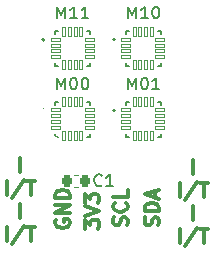
<source format=gto>
G04 #@! TF.GenerationSoftware,KiCad,Pcbnew,7.0.1-3b83917a11~172~ubuntu22.04.1*
G04 #@! TF.CreationDate,2023-07-24T14:11:42+02:00*
G04 #@! TF.ProjectId,mag_touch2x2,6d61675f-746f-4756-9368-3278322e6b69,rev?*
G04 #@! TF.SameCoordinates,Original*
G04 #@! TF.FileFunction,Legend,Top*
G04 #@! TF.FilePolarity,Positive*
%FSLAX46Y46*%
G04 Gerber Fmt 4.6, Leading zero omitted, Abs format (unit mm)*
G04 Created by KiCad (PCBNEW 7.0.1-3b83917a11~172~ubuntu22.04.1) date 2023-07-24 14:11:42*
%MOMM*%
%LPD*%
G01*
G04 APERTURE LIST*
G04 Aperture macros list*
%AMRoundRect*
0 Rectangle with rounded corners*
0 $1 Rounding radius*
0 $2 $3 $4 $5 $6 $7 $8 $9 X,Y pos of 4 corners*
0 Add a 4 corners polygon primitive as box body*
4,1,4,$2,$3,$4,$5,$6,$7,$8,$9,$2,$3,0*
0 Add four circle primitives for the rounded corners*
1,1,$1+$1,$2,$3*
1,1,$1+$1,$4,$5*
1,1,$1+$1,$6,$7*
1,1,$1+$1,$8,$9*
0 Add four rect primitives between the rounded corners*
20,1,$1+$1,$2,$3,$4,$5,0*
20,1,$1+$1,$4,$5,$6,$7,0*
20,1,$1+$1,$6,$7,$8,$9,0*
20,1,$1+$1,$8,$9,$2,$3,0*%
G04 Aperture macros list end*
%ADD10C,0.300000*%
%ADD11C,0.150000*%
%ADD12C,0.127000*%
%ADD13C,0.200000*%
%ADD14C,0.120000*%
%ADD15C,0.500000*%
%ADD16C,1.500000*%
%ADD17R,2.286000X2.286000*%
%ADD18RoundRect,0.007800X-0.412200X-0.122200X0.412200X-0.122200X0.412200X0.122200X-0.412200X0.122200X0*%
%ADD19RoundRect,0.007800X0.122200X-0.412200X0.122200X0.412200X-0.122200X0.412200X-0.122200X-0.412200X0*%
%ADD20R,1.680000X1.680000*%
%ADD21RoundRect,0.225000X0.225000X0.250000X-0.225000X0.250000X-0.225000X-0.250000X0.225000X-0.250000X0*%
%ADD22C,0.800000*%
G04 APERTURE END LIST*
D10*
X32200000Y-53621142D02*
X32200000Y-52421142D01*
X31114285Y-55565142D02*
X31114285Y-54365142D01*
X32542857Y-54308000D02*
X31514285Y-55850857D01*
X32771428Y-54365142D02*
X33457143Y-54365142D01*
X33114285Y-55565142D02*
X33114285Y-54365142D01*
X32200000Y-57509142D02*
X32200000Y-56309142D01*
X31114285Y-59453142D02*
X31114285Y-58253142D01*
X32542857Y-58196000D02*
X31514285Y-59738857D01*
X32771428Y-58253142D02*
X33457143Y-58253142D01*
X33114285Y-59453142D02*
X33114285Y-58253142D01*
X29260000Y-57971428D02*
X29317142Y-57800000D01*
X29317142Y-57800000D02*
X29317142Y-57514285D01*
X29317142Y-57514285D02*
X29260000Y-57400000D01*
X29260000Y-57400000D02*
X29202857Y-57342857D01*
X29202857Y-57342857D02*
X29088571Y-57285714D01*
X29088571Y-57285714D02*
X28974285Y-57285714D01*
X28974285Y-57285714D02*
X28860000Y-57342857D01*
X28860000Y-57342857D02*
X28802857Y-57400000D01*
X28802857Y-57400000D02*
X28745714Y-57514285D01*
X28745714Y-57514285D02*
X28688571Y-57742857D01*
X28688571Y-57742857D02*
X28631428Y-57857142D01*
X28631428Y-57857142D02*
X28574285Y-57914285D01*
X28574285Y-57914285D02*
X28460000Y-57971428D01*
X28460000Y-57971428D02*
X28345714Y-57971428D01*
X28345714Y-57971428D02*
X28231428Y-57914285D01*
X28231428Y-57914285D02*
X28174285Y-57857142D01*
X28174285Y-57857142D02*
X28117142Y-57742857D01*
X28117142Y-57742857D02*
X28117142Y-57457142D01*
X28117142Y-57457142D02*
X28174285Y-57285714D01*
X29317142Y-56771428D02*
X28117142Y-56771428D01*
X28117142Y-56771428D02*
X28117142Y-56485714D01*
X28117142Y-56485714D02*
X28174285Y-56314285D01*
X28174285Y-56314285D02*
X28288571Y-56200000D01*
X28288571Y-56200000D02*
X28402857Y-56142857D01*
X28402857Y-56142857D02*
X28631428Y-56085714D01*
X28631428Y-56085714D02*
X28802857Y-56085714D01*
X28802857Y-56085714D02*
X29031428Y-56142857D01*
X29031428Y-56142857D02*
X29145714Y-56200000D01*
X29145714Y-56200000D02*
X29260000Y-56314285D01*
X29260000Y-56314285D02*
X29317142Y-56485714D01*
X29317142Y-56485714D02*
X29317142Y-56771428D01*
X28974285Y-55628571D02*
X28974285Y-55057143D01*
X29317142Y-55742857D02*
X28117142Y-55342857D01*
X28117142Y-55342857D02*
X29317142Y-54942857D01*
X23053142Y-58248571D02*
X23053142Y-57505714D01*
X23053142Y-57505714D02*
X23510285Y-57905714D01*
X23510285Y-57905714D02*
X23510285Y-57734285D01*
X23510285Y-57734285D02*
X23567428Y-57620000D01*
X23567428Y-57620000D02*
X23624571Y-57562857D01*
X23624571Y-57562857D02*
X23738857Y-57505714D01*
X23738857Y-57505714D02*
X24024571Y-57505714D01*
X24024571Y-57505714D02*
X24138857Y-57562857D01*
X24138857Y-57562857D02*
X24196000Y-57620000D01*
X24196000Y-57620000D02*
X24253142Y-57734285D01*
X24253142Y-57734285D02*
X24253142Y-58077142D01*
X24253142Y-58077142D02*
X24196000Y-58191428D01*
X24196000Y-58191428D02*
X24138857Y-58248571D01*
X23053142Y-57162857D02*
X24253142Y-56762857D01*
X24253142Y-56762857D02*
X23053142Y-56362857D01*
X23053142Y-56077143D02*
X23053142Y-55334286D01*
X23053142Y-55334286D02*
X23510285Y-55734286D01*
X23510285Y-55734286D02*
X23510285Y-55562857D01*
X23510285Y-55562857D02*
X23567428Y-55448572D01*
X23567428Y-55448572D02*
X23624571Y-55391429D01*
X23624571Y-55391429D02*
X23738857Y-55334286D01*
X23738857Y-55334286D02*
X24024571Y-55334286D01*
X24024571Y-55334286D02*
X24138857Y-55391429D01*
X24138857Y-55391429D02*
X24196000Y-55448572D01*
X24196000Y-55448572D02*
X24253142Y-55562857D01*
X24253142Y-55562857D02*
X24253142Y-55905714D01*
X24253142Y-55905714D02*
X24196000Y-56020000D01*
X24196000Y-56020000D02*
X24138857Y-56077143D01*
X17526000Y-53457142D02*
X17526000Y-52257142D01*
X16440285Y-55401142D02*
X16440285Y-54201142D01*
X17868857Y-54144000D02*
X16840285Y-55686857D01*
X18097428Y-54201142D02*
X18783143Y-54201142D01*
X18440285Y-55401142D02*
X18440285Y-54201142D01*
X17526000Y-57345142D02*
X17526000Y-56145142D01*
X16440285Y-59289142D02*
X16440285Y-58089142D01*
X17868857Y-58032000D02*
X16840285Y-59574857D01*
X18097428Y-58089142D02*
X18783143Y-58089142D01*
X18440285Y-59289142D02*
X18440285Y-58089142D01*
X26596000Y-57971428D02*
X26653142Y-57800000D01*
X26653142Y-57800000D02*
X26653142Y-57514285D01*
X26653142Y-57514285D02*
X26596000Y-57400000D01*
X26596000Y-57400000D02*
X26538857Y-57342857D01*
X26538857Y-57342857D02*
X26424571Y-57285714D01*
X26424571Y-57285714D02*
X26310285Y-57285714D01*
X26310285Y-57285714D02*
X26196000Y-57342857D01*
X26196000Y-57342857D02*
X26138857Y-57400000D01*
X26138857Y-57400000D02*
X26081714Y-57514285D01*
X26081714Y-57514285D02*
X26024571Y-57742857D01*
X26024571Y-57742857D02*
X25967428Y-57857142D01*
X25967428Y-57857142D02*
X25910285Y-57914285D01*
X25910285Y-57914285D02*
X25796000Y-57971428D01*
X25796000Y-57971428D02*
X25681714Y-57971428D01*
X25681714Y-57971428D02*
X25567428Y-57914285D01*
X25567428Y-57914285D02*
X25510285Y-57857142D01*
X25510285Y-57857142D02*
X25453142Y-57742857D01*
X25453142Y-57742857D02*
X25453142Y-57457142D01*
X25453142Y-57457142D02*
X25510285Y-57285714D01*
X26538857Y-56085714D02*
X26596000Y-56142857D01*
X26596000Y-56142857D02*
X26653142Y-56314285D01*
X26653142Y-56314285D02*
X26653142Y-56428571D01*
X26653142Y-56428571D02*
X26596000Y-56600000D01*
X26596000Y-56600000D02*
X26481714Y-56714285D01*
X26481714Y-56714285D02*
X26367428Y-56771428D01*
X26367428Y-56771428D02*
X26138857Y-56828571D01*
X26138857Y-56828571D02*
X25967428Y-56828571D01*
X25967428Y-56828571D02*
X25738857Y-56771428D01*
X25738857Y-56771428D02*
X25624571Y-56714285D01*
X25624571Y-56714285D02*
X25510285Y-56600000D01*
X25510285Y-56600000D02*
X25453142Y-56428571D01*
X25453142Y-56428571D02*
X25453142Y-56314285D01*
X25453142Y-56314285D02*
X25510285Y-56142857D01*
X25510285Y-56142857D02*
X25567428Y-56085714D01*
X26653142Y-55000000D02*
X26653142Y-55571428D01*
X26653142Y-55571428D02*
X25453142Y-55571428D01*
X20610285Y-57505714D02*
X20553142Y-57620000D01*
X20553142Y-57620000D02*
X20553142Y-57791428D01*
X20553142Y-57791428D02*
X20610285Y-57962857D01*
X20610285Y-57962857D02*
X20724571Y-58077142D01*
X20724571Y-58077142D02*
X20838857Y-58134285D01*
X20838857Y-58134285D02*
X21067428Y-58191428D01*
X21067428Y-58191428D02*
X21238857Y-58191428D01*
X21238857Y-58191428D02*
X21467428Y-58134285D01*
X21467428Y-58134285D02*
X21581714Y-58077142D01*
X21581714Y-58077142D02*
X21696000Y-57962857D01*
X21696000Y-57962857D02*
X21753142Y-57791428D01*
X21753142Y-57791428D02*
X21753142Y-57677142D01*
X21753142Y-57677142D02*
X21696000Y-57505714D01*
X21696000Y-57505714D02*
X21638857Y-57448571D01*
X21638857Y-57448571D02*
X21238857Y-57448571D01*
X21238857Y-57448571D02*
X21238857Y-57677142D01*
X21753142Y-56934285D02*
X20553142Y-56934285D01*
X20553142Y-56934285D02*
X21753142Y-56248571D01*
X21753142Y-56248571D02*
X20553142Y-56248571D01*
X21753142Y-55677142D02*
X20553142Y-55677142D01*
X20553142Y-55677142D02*
X20553142Y-55391428D01*
X20553142Y-55391428D02*
X20610285Y-55219999D01*
X20610285Y-55219999D02*
X20724571Y-55105714D01*
X20724571Y-55105714D02*
X20838857Y-55048571D01*
X20838857Y-55048571D02*
X21067428Y-54991428D01*
X21067428Y-54991428D02*
X21238857Y-54991428D01*
X21238857Y-54991428D02*
X21467428Y-55048571D01*
X21467428Y-55048571D02*
X21581714Y-55105714D01*
X21581714Y-55105714D02*
X21696000Y-55219999D01*
X21696000Y-55219999D02*
X21753142Y-55391428D01*
X21753142Y-55391428D02*
X21753142Y-55677142D01*
D11*
X26714286Y-40462619D02*
X26714286Y-39462619D01*
X26714286Y-39462619D02*
X27047619Y-40176904D01*
X27047619Y-40176904D02*
X27380952Y-39462619D01*
X27380952Y-39462619D02*
X27380952Y-40462619D01*
X28380952Y-40462619D02*
X27809524Y-40462619D01*
X28095238Y-40462619D02*
X28095238Y-39462619D01*
X28095238Y-39462619D02*
X28000000Y-39605476D01*
X28000000Y-39605476D02*
X27904762Y-39700714D01*
X27904762Y-39700714D02*
X27809524Y-39748333D01*
X29000000Y-39462619D02*
X29095238Y-39462619D01*
X29095238Y-39462619D02*
X29190476Y-39510238D01*
X29190476Y-39510238D02*
X29238095Y-39557857D01*
X29238095Y-39557857D02*
X29285714Y-39653095D01*
X29285714Y-39653095D02*
X29333333Y-39843571D01*
X29333333Y-39843571D02*
X29333333Y-40081666D01*
X29333333Y-40081666D02*
X29285714Y-40272142D01*
X29285714Y-40272142D02*
X29238095Y-40367380D01*
X29238095Y-40367380D02*
X29190476Y-40415000D01*
X29190476Y-40415000D02*
X29095238Y-40462619D01*
X29095238Y-40462619D02*
X29000000Y-40462619D01*
X29000000Y-40462619D02*
X28904762Y-40415000D01*
X28904762Y-40415000D02*
X28857143Y-40367380D01*
X28857143Y-40367380D02*
X28809524Y-40272142D01*
X28809524Y-40272142D02*
X28761905Y-40081666D01*
X28761905Y-40081666D02*
X28761905Y-39843571D01*
X28761905Y-39843571D02*
X28809524Y-39653095D01*
X28809524Y-39653095D02*
X28857143Y-39557857D01*
X28857143Y-39557857D02*
X28904762Y-39510238D01*
X28904762Y-39510238D02*
X29000000Y-39462619D01*
X24471333Y-54567380D02*
X24423714Y-54615000D01*
X24423714Y-54615000D02*
X24280857Y-54662619D01*
X24280857Y-54662619D02*
X24185619Y-54662619D01*
X24185619Y-54662619D02*
X24042762Y-54615000D01*
X24042762Y-54615000D02*
X23947524Y-54519761D01*
X23947524Y-54519761D02*
X23899905Y-54424523D01*
X23899905Y-54424523D02*
X23852286Y-54234047D01*
X23852286Y-54234047D02*
X23852286Y-54091190D01*
X23852286Y-54091190D02*
X23899905Y-53900714D01*
X23899905Y-53900714D02*
X23947524Y-53805476D01*
X23947524Y-53805476D02*
X24042762Y-53710238D01*
X24042762Y-53710238D02*
X24185619Y-53662619D01*
X24185619Y-53662619D02*
X24280857Y-53662619D01*
X24280857Y-53662619D02*
X24423714Y-53710238D01*
X24423714Y-53710238D02*
X24471333Y-53757857D01*
X25423714Y-54662619D02*
X24852286Y-54662619D01*
X25138000Y-54662619D02*
X25138000Y-53662619D01*
X25138000Y-53662619D02*
X25042762Y-53805476D01*
X25042762Y-53805476D02*
X24947524Y-53900714D01*
X24947524Y-53900714D02*
X24852286Y-53948333D01*
X26714286Y-46462619D02*
X26714286Y-45462619D01*
X26714286Y-45462619D02*
X27047619Y-46176904D01*
X27047619Y-46176904D02*
X27380952Y-45462619D01*
X27380952Y-45462619D02*
X27380952Y-46462619D01*
X28047619Y-45462619D02*
X28142857Y-45462619D01*
X28142857Y-45462619D02*
X28238095Y-45510238D01*
X28238095Y-45510238D02*
X28285714Y-45557857D01*
X28285714Y-45557857D02*
X28333333Y-45653095D01*
X28333333Y-45653095D02*
X28380952Y-45843571D01*
X28380952Y-45843571D02*
X28380952Y-46081666D01*
X28380952Y-46081666D02*
X28333333Y-46272142D01*
X28333333Y-46272142D02*
X28285714Y-46367380D01*
X28285714Y-46367380D02*
X28238095Y-46415000D01*
X28238095Y-46415000D02*
X28142857Y-46462619D01*
X28142857Y-46462619D02*
X28047619Y-46462619D01*
X28047619Y-46462619D02*
X27952381Y-46415000D01*
X27952381Y-46415000D02*
X27904762Y-46367380D01*
X27904762Y-46367380D02*
X27857143Y-46272142D01*
X27857143Y-46272142D02*
X27809524Y-46081666D01*
X27809524Y-46081666D02*
X27809524Y-45843571D01*
X27809524Y-45843571D02*
X27857143Y-45653095D01*
X27857143Y-45653095D02*
X27904762Y-45557857D01*
X27904762Y-45557857D02*
X27952381Y-45510238D01*
X27952381Y-45510238D02*
X28047619Y-45462619D01*
X29333333Y-46462619D02*
X28761905Y-46462619D01*
X29047619Y-46462619D02*
X29047619Y-45462619D01*
X29047619Y-45462619D02*
X28952381Y-45605476D01*
X28952381Y-45605476D02*
X28857143Y-45700714D01*
X28857143Y-45700714D02*
X28761905Y-45748333D01*
X20714286Y-46462619D02*
X20714286Y-45462619D01*
X20714286Y-45462619D02*
X21047619Y-46176904D01*
X21047619Y-46176904D02*
X21380952Y-45462619D01*
X21380952Y-45462619D02*
X21380952Y-46462619D01*
X22047619Y-45462619D02*
X22142857Y-45462619D01*
X22142857Y-45462619D02*
X22238095Y-45510238D01*
X22238095Y-45510238D02*
X22285714Y-45557857D01*
X22285714Y-45557857D02*
X22333333Y-45653095D01*
X22333333Y-45653095D02*
X22380952Y-45843571D01*
X22380952Y-45843571D02*
X22380952Y-46081666D01*
X22380952Y-46081666D02*
X22333333Y-46272142D01*
X22333333Y-46272142D02*
X22285714Y-46367380D01*
X22285714Y-46367380D02*
X22238095Y-46415000D01*
X22238095Y-46415000D02*
X22142857Y-46462619D01*
X22142857Y-46462619D02*
X22047619Y-46462619D01*
X22047619Y-46462619D02*
X21952381Y-46415000D01*
X21952381Y-46415000D02*
X21904762Y-46367380D01*
X21904762Y-46367380D02*
X21857143Y-46272142D01*
X21857143Y-46272142D02*
X21809524Y-46081666D01*
X21809524Y-46081666D02*
X21809524Y-45843571D01*
X21809524Y-45843571D02*
X21857143Y-45653095D01*
X21857143Y-45653095D02*
X21904762Y-45557857D01*
X21904762Y-45557857D02*
X21952381Y-45510238D01*
X21952381Y-45510238D02*
X22047619Y-45462619D01*
X23000000Y-45462619D02*
X23095238Y-45462619D01*
X23095238Y-45462619D02*
X23190476Y-45510238D01*
X23190476Y-45510238D02*
X23238095Y-45557857D01*
X23238095Y-45557857D02*
X23285714Y-45653095D01*
X23285714Y-45653095D02*
X23333333Y-45843571D01*
X23333333Y-45843571D02*
X23333333Y-46081666D01*
X23333333Y-46081666D02*
X23285714Y-46272142D01*
X23285714Y-46272142D02*
X23238095Y-46367380D01*
X23238095Y-46367380D02*
X23190476Y-46415000D01*
X23190476Y-46415000D02*
X23095238Y-46462619D01*
X23095238Y-46462619D02*
X23000000Y-46462619D01*
X23000000Y-46462619D02*
X22904762Y-46415000D01*
X22904762Y-46415000D02*
X22857143Y-46367380D01*
X22857143Y-46367380D02*
X22809524Y-46272142D01*
X22809524Y-46272142D02*
X22761905Y-46081666D01*
X22761905Y-46081666D02*
X22761905Y-45843571D01*
X22761905Y-45843571D02*
X22809524Y-45653095D01*
X22809524Y-45653095D02*
X22857143Y-45557857D01*
X22857143Y-45557857D02*
X22904762Y-45510238D01*
X22904762Y-45510238D02*
X23000000Y-45462619D01*
X20714286Y-40462619D02*
X20714286Y-39462619D01*
X20714286Y-39462619D02*
X21047619Y-40176904D01*
X21047619Y-40176904D02*
X21380952Y-39462619D01*
X21380952Y-39462619D02*
X21380952Y-40462619D01*
X22380952Y-40462619D02*
X21809524Y-40462619D01*
X22095238Y-40462619D02*
X22095238Y-39462619D01*
X22095238Y-39462619D02*
X22000000Y-39605476D01*
X22000000Y-39605476D02*
X21904762Y-39700714D01*
X21904762Y-39700714D02*
X21809524Y-39748333D01*
X23333333Y-40462619D02*
X22761905Y-40462619D01*
X23047619Y-40462619D02*
X23047619Y-39462619D01*
X23047619Y-39462619D02*
X22952381Y-39605476D01*
X22952381Y-39605476D02*
X22857143Y-39700714D01*
X22857143Y-39700714D02*
X22761905Y-39748333D01*
D12*
X26500000Y-41500000D02*
X26500000Y-41800000D01*
X26500000Y-41500000D02*
X26800000Y-41500000D01*
X26500000Y-44500000D02*
X26500000Y-44200000D01*
X26500000Y-44500000D02*
X26800000Y-44500000D01*
X29500000Y-41500000D02*
X29200000Y-41500000D01*
X29500000Y-41500000D02*
X29500000Y-41800000D01*
X29500000Y-44500000D02*
X29200000Y-44500000D01*
X29500000Y-44500000D02*
X29500000Y-44200000D01*
D13*
X25625000Y-42250000D02*
G75*
G03*
X25625000Y-42250000I-100000J0D01*
G01*
D14*
X22440580Y-54710000D02*
X22159420Y-54710000D01*
X22440580Y-53690000D02*
X22159420Y-53690000D01*
D12*
X26500000Y-47500000D02*
X26500000Y-47800000D01*
X26500000Y-47500000D02*
X26800000Y-47500000D01*
X26500000Y-50500000D02*
X26500000Y-50200000D01*
X26500000Y-50500000D02*
X26800000Y-50500000D01*
X29500000Y-47500000D02*
X29200000Y-47500000D01*
X29500000Y-47500000D02*
X29500000Y-47800000D01*
X29500000Y-50500000D02*
X29200000Y-50500000D01*
X29500000Y-50500000D02*
X29500000Y-50200000D01*
D13*
X25625000Y-48250000D02*
G75*
G03*
X25625000Y-48250000I-100000J0D01*
G01*
D12*
X20500000Y-47500000D02*
X20500000Y-47800000D01*
X20500000Y-47500000D02*
X20800000Y-47500000D01*
X20500000Y-50500000D02*
X20500000Y-50200000D01*
X20500000Y-50500000D02*
X20800000Y-50500000D01*
X23500000Y-47500000D02*
X23200000Y-47500000D01*
X23500000Y-47500000D02*
X23500000Y-47800000D01*
X23500000Y-50500000D02*
X23200000Y-50500000D01*
X23500000Y-50500000D02*
X23500000Y-50200000D01*
D13*
X19625000Y-48250000D02*
G75*
G03*
X19625000Y-48250000I-100000J0D01*
G01*
D12*
X20500000Y-41500000D02*
X20500000Y-41800000D01*
X20500000Y-41500000D02*
X20800000Y-41500000D01*
X20500000Y-44500000D02*
X20500000Y-44200000D01*
X20500000Y-44500000D02*
X20800000Y-44500000D01*
X23500000Y-41500000D02*
X23200000Y-41500000D01*
X23500000Y-41500000D02*
X23500000Y-41800000D01*
X23500000Y-44500000D02*
X23200000Y-44500000D01*
X23500000Y-44500000D02*
X23500000Y-44200000D01*
D13*
X19625000Y-42250000D02*
G75*
G03*
X19625000Y-42250000I-100000J0D01*
G01*
%LPC*%
D15*
X25000000Y-46000000D03*
D16*
X17500000Y-63000000D03*
X32500000Y-62992000D03*
X25000000Y-36540000D03*
D17*
X32512000Y-44540000D03*
X32512000Y-42000000D03*
D18*
X26565000Y-42250000D03*
X26565000Y-42750000D03*
X26565000Y-43250000D03*
X26565000Y-43750000D03*
D19*
X27250000Y-44435000D03*
X27750000Y-44435000D03*
X28250000Y-44435000D03*
X28750000Y-44435000D03*
D18*
X29435000Y-43750000D03*
X29435000Y-43250000D03*
X29435000Y-42750000D03*
X29435000Y-42250000D03*
D19*
X28750000Y-41565000D03*
X28250000Y-41565000D03*
X27750000Y-41565000D03*
X27250000Y-41565000D03*
D20*
X28000000Y-43000000D03*
D21*
X23075000Y-54200000D03*
X21525000Y-54200000D03*
D18*
X26565000Y-48250000D03*
X26565000Y-48750000D03*
X26565000Y-49250000D03*
X26565000Y-49750000D03*
D19*
X27250000Y-50435000D03*
X27750000Y-50435000D03*
X28250000Y-50435000D03*
X28750000Y-50435000D03*
D18*
X29435000Y-49750000D03*
X29435000Y-49250000D03*
X29435000Y-48750000D03*
X29435000Y-48250000D03*
D19*
X28750000Y-47565000D03*
X28250000Y-47565000D03*
X27750000Y-47565000D03*
X27250000Y-47565000D03*
D20*
X28000000Y-49000000D03*
D17*
X17526000Y-50600000D03*
X17526000Y-48060000D03*
D18*
X20565000Y-48250000D03*
X20565000Y-48750000D03*
X20565000Y-49250000D03*
X20565000Y-49750000D03*
D19*
X21250000Y-50435000D03*
X21750000Y-50435000D03*
X22250000Y-50435000D03*
X22750000Y-50435000D03*
D18*
X23435000Y-49750000D03*
X23435000Y-49250000D03*
X23435000Y-48750000D03*
X23435000Y-48250000D03*
D19*
X22750000Y-47565000D03*
X22250000Y-47565000D03*
X21750000Y-47565000D03*
X21250000Y-47565000D03*
D20*
X22000000Y-49000000D03*
D17*
X28810000Y-60100000D03*
X26270000Y-60100000D03*
X23730000Y-60100000D03*
X21190000Y-60100000D03*
X17526000Y-44704000D03*
X17526000Y-42164000D03*
X32512000Y-50470000D03*
X32512000Y-47930000D03*
D18*
X20565000Y-42250000D03*
X20565000Y-42750000D03*
X20565000Y-43250000D03*
X20565000Y-43750000D03*
D19*
X21250000Y-44435000D03*
X21750000Y-44435000D03*
X22250000Y-44435000D03*
X22750000Y-44435000D03*
D18*
X23435000Y-43750000D03*
X23435000Y-43250000D03*
X23435000Y-42750000D03*
X23435000Y-42250000D03*
D19*
X22750000Y-41565000D03*
X22250000Y-41565000D03*
X21750000Y-41565000D03*
X21250000Y-41565000D03*
D20*
X22000000Y-43000000D03*
D22*
X28000000Y-43000000D03*
X28000000Y-49000000D03*
X22000000Y-49000000D03*
X22000000Y-43000000D03*
X19800000Y-54000000D03*
X29600000Y-51800000D03*
X30200000Y-45000500D03*
X19443000Y-48499500D03*
X19386562Y-42829500D03*
X24892000Y-47752000D03*
X26600000Y-53000000D03*
X19200000Y-44600000D03*
X19400000Y-50000000D03*
X20000000Y-45400000D03*
X20400000Y-50800000D03*
X27677511Y-52167561D03*
X26000000Y-45200000D03*
M02*

</source>
